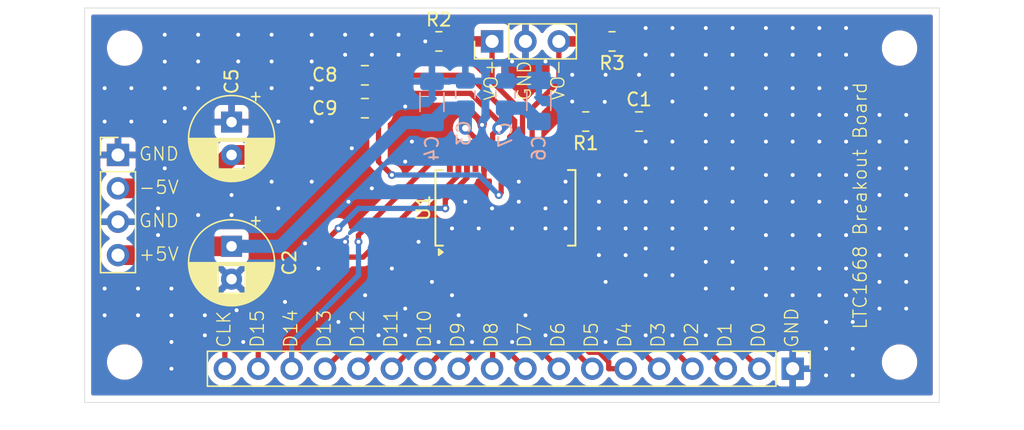
<source format=kicad_pcb>
(kicad_pcb (version 20240108) (generator "pcbnew") (generator_version "8.0")
  (layers (0 "F.Cu" signal) (31 "B.Cu" signal) (34 "B.Paste" user) (35 "F.Paste" user) (36 "B.SilkS" user "B.Silkscreen") (37 "F.SilkS" user "F.Silkscreen") (38 "B.Mask" user) (39 "F.Mask" user) (44 "Edge.Cuts" user))
  (net 0 "")
  (net 1 "Net-(U1-REFOUT)")
  (net 2 "GND")
  (net 3 "/+5V")
  (net 4 "/-5V")
  (net 5 "Net-(U1-COMP1)")
  (net 6 "Net-(U1-COMP2)")
  (net 7 "Net-(J2-Pin_7)")
  (net 8 "Net-(J2-Pin_6)")
  (net 9 "Net-(J2-Pin_18)")
  (net 10 "Net-(J2-Pin_15)")
  (net 11 "Net-(J2-Pin_14)")
  (net 12 "Net-(J2-Pin_9)")
  (net 13 "Net-(J2-Pin_4)")
  (net 14 "Net-(J2-Pin_16)")
  (net 15 "Net-(J2-Pin_5)")
  (net 16 "Net-(J2-Pin_13)")
  (net 17 "Net-(J2-Pin_2)")
  (net 18 "Net-(J2-Pin_12)")
  (net 19 "Net-(J2-Pin_10)")
  (net 20 "Net-(J2-Pin_11)")
  (net 21 "Net-(J2-Pin_17)")
  (net 22 "Net-(J2-Pin_3)")
  (net 23 "Net-(J2-Pin_8)")
  (net 24 "/VOUT-")
  (net 25 "/VOUT+")
  (net 26 "Net-(U1-IREFIN)")
  (footprint "MountingHole:MountingHole_2.2mm_M2" (layer "F.Cu") (at 71.12 75.184)
    (property "Reference" "REF**" (hide yes))
    (property "Value" "MountingHole_2.2mm_M2")
    (pad "" np_thru_hole circle (at 0 0) (size 2.2 2.2) (drill 2.2) (layers "F&B.Cu" "*.Mask"))
  )
  (footprint "MountingHole:MountingHole_2.2mm_M2" (layer "F.Cu") (at 130.048 75.184)
    (property "Reference" "REF**" (hide yes))
    (property "Value" "MountingHole_2.2mm_M2")
    (pad "" np_thru_hole circle (at 0 0) (size 2.2 2.2) (drill 2.2) (layers "F&B.Cu" "*.Mask"))
  )
  (footprint "Resistor_SMD:R_0805_2012Metric_Pad1.20x1.40mm_HandSolder" (layer "F.Cu") (at 108.188 74.676 180)
    (property "Reference" "R3" (at 0 -1.65 360) (layer "F.SilkS"))
    (property "Value" "52R3")
    (pad "1" smd roundrect (at -1 0 180) (size 1.2 1.4) (layers "F.Cu" "F.Paste" "F.Mask") (roundrect_rratio 0.208333) (net 2 "GND"))
    (pad "2" smd roundrect (at 1 0 180) (size 1.2 1.4) (layers "F.Cu" "F.Paste" "F.Mask") (roundrect_rratio 0.208333) (net 24 "/VOUT-"))
  )
  (footprint "Capacitor_SMD:C_0805_2012Metric_Pad1.18x1.45mm_HandSolder" (layer "F.Cu") (at 89.3865 77.254)
    (property "Reference" "C8" (at -3.048 -0.038 0) (layer "F.SilkS"))
    (property "Value" "100nF")
    (pad "1" smd roundrect (at -1.0375 0) (size 1.175 1.45) (layers "F.Cu" "F.Paste" "F.Mask") (roundrect_rratio 0.212766) (net 4 "/-5V"))
    (pad "2" smd roundrect (at 1.0375 0) (size 1.175 1.45) (layers "F.Cu" "F.Paste" "F.Mask") (roundrect_rratio 0.212766) (net 5 "Net-(U1-COMP1)"))
  )
  (footprint "Resistor_SMD:R_0805_2012Metric_Pad1.20x1.40mm_HandSolder" (layer "F.Cu") (at 106.188 80.772 180)
    (property "Reference" "R1" (at 0 -1.65 360) (layer "F.SilkS"))
    (property "Value" "2k")
    (pad "1" smd roundrect (at -1 0 180) (size 1.2 1.4) (layers "F.Cu" "F.Paste" "F.Mask") (roundrect_rratio 0.208333) (net 1 "Net-(U1-REFOUT)"))
    (pad "2" smd roundrect (at 1 0 180) (size 1.2 1.4) (layers "F.Cu" "F.Paste" "F.Mask") (roundrect_rratio 0.208333) (net 26 "Net-(U1-IREFIN)"))
  )
  (footprint "Capacitor_THT:CP_Radial_D6.3mm_P2.50mm" (layer "F.Cu") (at 79.248 80.812 -90)
    (property "Reference" "C5" (at -3.088 0 90) (layer "F.SilkS"))
    (property "Value" "100uF")
    (pad "1" thru_hole rect (at 0 0 270) (size 1.6 1.6) (drill 0.8) (layers "*.Cu" "*.Mask") (net 2 "GND"))
    (pad "2" thru_hole circle (at 2.5 0 270) (size 1.6 1.6) (drill 0.8) (layers "*.Cu" "*.Mask") (net 4 "/-5V"))
  )
  (footprint "Capacitor_SMD:C_0805_2012Metric_Pad1.18x1.45mm_HandSolder" (layer "F.Cu") (at 110.236 80.772)
    (property "Reference" "C1" (at 0 -1.68 0) (layer "F.SilkS"))
    (property "Value" "100nF")
    (pad "1" smd roundrect (at -1.0375 0) (size 1.175 1.45) (layers "F.Cu" "F.Paste" "F.Mask") (roundrect_rratio 0.212766) (net 1 "Net-(U1-REFOUT)"))
    (pad "2" smd roundrect (at 1.0375 0) (size 1.175 1.45) (layers "F.Cu" "F.Paste" "F.Mask") (roundrect_rratio 0.212766) (net 2 "GND"))
  )
  (footprint "MountingHole:MountingHole_2.2mm_M2" (layer "F.Cu") (at 130.048 99.06)
    (property "Reference" "REF**" (hide yes))
    (property "Value" "MountingHole_2.2mm_M2")
    (pad "" np_thru_hole circle (at 0 0) (size 2.2 2.2) (drill 2.2) (layers "F&B.Cu" "*.Mask"))
  )
  (footprint "MountingHole:MountingHole_2.2mm_M2" (layer "F.Cu") (at 71.12 99.06)
    (property "Reference" "REF**" (hide yes))
    (property "Value" "MountingHole_2.2mm_M2")
    (pad "" np_thru_hole circle (at 0 0) (size 2.2 2.2) (drill 2.2) (layers "*.Cu" "*.Mask"))
  )
  (footprint "Resistor_SMD:R_0805_2012Metric_Pad1.20x1.40mm_HandSolder" (layer "F.Cu") (at 95.012 74.676)
    (property "Reference" "R2" (at 0 -1.65 0) (layer "F.SilkS"))
    (property "Value" "52R3")
    (pad "1" smd roundrect (at -1 0) (size 1.2 1.4) (layers "F.Cu" "F.Paste" "F.Mask") (roundrect_rratio 0.208333) (net 2 "GND"))
    (pad "2" smd roundrect (at 1 0) (size 1.2 1.4) (layers "F.Cu" "F.Paste" "F.Mask") (roundrect_rratio 0.208333) (net 25 "/VOUT+"))
  )
  (footprint "Connector_PinHeader_2.54mm:PinHeader_1x03_P2.54mm_Vertical" (layer "F.Cu") (at 99.06 74.676 90)
    (property "Reference" "J3" (hide yes))
    (property "Value" "Conn_01x03")
    (pad "1" thru_hole rect (at 0 0 90) (size 1.7 1.7) (drill 1) (layers "*.Cu" "*.Mask") (net 25 "/VOUT+"))
    (pad "2" thru_hole oval (at 0 2.54 90) (size 1.7 1.7) (drill 1) (layers "*.Cu" "*.Mask") (net 2 "GND"))
    (pad "3" thru_hole oval (at 0 5.08 90) (size 1.7 1.7) (drill 1) (layers "*.Cu" "*.Mask") (net 24 "/VOUT-"))
  )
  (footprint "Connector_PinHeader_2.54mm:PinHeader_1x04_P2.54mm_Vertical" (layer "F.Cu") (at 70.612 83.312)
    (property "Reference" "J4" (hide yes))
    (property "Value" "Conn_01x04")
    (pad "1" thru_hole rect (at 0 0) (size 1.7 1.7) (drill 1) (layers "*.Cu" "*.Mask") (net 2 "GND"))
    (pad "2" thru_hole oval (at 0 2.54) (size 1.7 1.7) (drill 1) (layers "*.Cu" "*.Mask") (net 4 "/-5V"))
    (pad "3" thru_hole oval (at 0 5.08) (size 1.7 1.7) (drill 1) (layers "*.Cu" "*.Mask") (net 2 "GND"))
    (pad "4" thru_hole oval (at 0 7.62) (size 1.7 1.7) (drill 1) (layers "*.Cu" "*.Mask") (net 3 "/+5V"))
  )
  (footprint "Capacitor_THT:CP_Radial_D6.3mm_P2.50mm" (layer "F.Cu") (at 79.248 90.257621 -90)
    (property "Reference" "C2" (at 1.25 -4.4 90) (layer "F.SilkS"))
    (property "Value" "100uF")
    (pad "1" thru_hole rect (at 0 0 270) (size 1.6 1.6) (drill 0.8) (layers "*.Cu" "*.Mask") (net 3 "/+5V"))
    (pad "2" thru_hole circle (at 2.5 0 270) (size 1.6 1.6) (drill 0.8) (layers "*.Cu" "*.Mask") (net 2 "GND"))
  )
  (footprint "Package_SO:SSOP-28_5.3x10.2mm_P0.65mm" (layer "F.Cu") (at 100.076 87.332 90)
    (property "Reference" "U1" (at 0 -6.25 90) (layer "F.SilkS"))
    (property "Value" "LTC1668CG")
    (pad "1" smd rect (at -3.6 -4.225 90) (size 1.75 0.45) (layers "F.Cu" "F.Paste" "F.Mask") (net 10 "Net-(J2-Pin_15)"))
    (pad "2" smd rect (at -3.6 -3.575 90) (size 1.75 0.45) (layers "F.Cu" "F.Paste" "F.Mask") (net 11 "Net-(J2-Pin_14)"))
    (pad "3" smd rect (at -3.6 -2.925 90) (size 1.75 0.45) (layers "F.Cu" "F.Paste" "F.Mask") (net 16 "Net-(J2-Pin_13)"))
    (pad "4" smd rect (at -3.6 -2.275 90) (size 1.75 0.45) (layers "F.Cu" "F.Paste" "F.Mask") (net 18 "Net-(J2-Pin_12)"))
    (pad "5" smd rect (at -3.6 -1.625 90) (size 1.75 0.45) (layers "F.Cu" "F.Paste" "F.Mask") (net 20 "Net-(J2-Pin_11)"))
    (pad "6" smd rect (at -3.6 -0.975 90) (size 1.75 0.45) (layers "F.Cu" "F.Paste" "F.Mask") (net 19 "Net-(J2-Pin_10)"))
    (pad "7" smd rect (at -3.6 -0.325 90) (size 1.75 0.45) (layers "F.Cu" "F.Paste" "F.Mask") (net 12 "Net-(J2-Pin_9)"))
    (pad "8" smd rect (at -3.6 0.325 90) (size 1.75 0.45) (layers "F.Cu" "F.Paste" "F.Mask") (net 23 "Net-(J2-Pin_8)"))
    (pad "9" smd rect (at -3.6 0.975 90) (size 1.75 0.45) (layers "F.Cu" "F.Paste" "F.Mask") (net 7 "Net-(J2-Pin_7)"))
    (pad "10" smd rect (at -3.6 1.625 90) (size 1.75 0.45) (layers "F.Cu" "F.Paste" "F.Mask") (net 8 "Net-(J2-Pin_6)"))
    (pad "11" smd rect (at -3.6 2.275 90) (size 1.75 0.45) (layers "F.Cu" "F.Paste" "F.Mask") (net 15 "Net-(J2-Pin_5)"))
    (pad "12" smd rect (at -3.6 2.925 90) (size 1.75 0.45) (layers "F.Cu" "F.Paste" "F.Mask") (net 13 "Net-(J2-Pin_4)"))
    (pad "13" smd rect (at -3.6 3.575 90) (size 1.75 0.45) (layers "F.Cu" "F.Paste" "F.Mask") (net 22 "Net-(J2-Pin_3)"))
    (pad "14" smd rect (at -3.6 4.225 90) (size 1.75 0.45) (layers "F.Cu" "F.Paste" "F.Mask") (net 17 "Net-(J2-Pin_2)"))
    (pad "15" smd rect (at 3.6 4.225 90) (size 1.75 0.45) (layers "F.Cu" "F.Paste" "F.Mask") (net 1 "Net-(U1-REFOUT)"))
    (pad "16" smd rect (at 3.6 3.575 90) (size 1.75 0.45) (layers "F.Cu" "F.Paste" "F.Mask") (net 26 "Net-(U1-IREFIN)"))
    (pad "17" smd rect (at 3.6 2.925 90) (size 1.75 0.45) (layers "F.Cu" "F.Paste" "F.Mask") (net 2 "GND"))
    (pad "18" smd rect (at 3.6 2.275 90) (size 1.75 0.45) (layers "F.Cu" "F.Paste" "F.Mask") (net 2 "GND"))
    (pad "19" smd rect (at 3.6 1.625 90) (size 1.75 0.45) (layers "F.Cu" "F.Paste" "F.Mask") (net 24 "/VOUT-"))
    (pad "20" smd rect (at 3.6 0.975 90) (size 1.75 0.45) (layers "F.Cu" "F.Paste" "F.Mask") (net 25 "/VOUT+"))
    (pad "21" smd rect (at 3.6 0.325 90) (size 1.75 0.45) (layers "F.Cu" "F.Paste" "F.Mask") (net 5 "Net-(U1-COMP1)"))
    (pad "22" smd rect (at 3.6 -0.325 90) (size 1.75 0.45) (layers "F.Cu" "F.Paste" "F.Mask") (net 6 "Net-(U1-COMP2)"))
    (pad "23" smd rect (at 3.6 -0.975 90) (size 1.75 0.45) (layers "F.Cu" "F.Paste" "F.Mask") (net 4 "/-5V"))
    (pad "24" smd rect (at 3.6 -1.625 90) (size 1.75 0.45) (layers "F.Cu" "F.Paste" "F.Mask") (net 2 "GND"))
    (pad "25" smd rect (at 3.6 -2.275 90) (size 1.75 0.45) (layers "F.Cu" "F.Paste" "F.Mask") (net 3 "/+5V"))
    (pad "26" smd rect (at 3.6 -2.925 90) (size 1.75 0.45) (layers "F.Cu" "F.Paste" "F.Mask") (net 9 "Net-(J2-Pin_18)"))
    (pad "27" smd rect (at 3.6 -3.575 90) (size 1.75 0.45) (layers "F.Cu" "F.Paste" "F.Mask") (net 21 "Net-(J2-Pin_17)"))
    (pad "28" smd rect (at 3.6 -4.225 90) (size 1.75 0.45) (layers "F.Cu" "F.Paste" "F.Mask") (net 14 "Net-(J2-Pin_16)"))
  )
  (footprint "Connector_PinHeader_2.54mm:PinHeader_1x18_P2.54mm_Vertical" (layer "F.Cu") (at 121.92 99.568 -90)
    (property "Reference" "J2" (hide yes))
    (property "Value" "Conn_01x18")
    (pad "1" thru_hole rect (at 0 0 270) (size 1.7 1.7) (drill 1) (layers "*.Cu" "*.Mask") (net 2 "GND"))
    (pad "2" thru_hole oval (at 0 2.54 270) (size 1.7 1.7) (drill 1) (layers "*.Cu" "*.Mask") (net 17 "Net-(J2-Pin_2)"))
    (pad "3" thru_hole oval (at 0 5.08 270) (size 1.7 1.7) (drill 1) (layers "*.Cu" "*.Mask") (net 22 "Net-(J2-Pin_3)"))
    (pad "4" thru_hole oval (at 0 7.62 270) (size 1.7 1.7) (drill 1) (layers "*.Cu" "*.Mask") (net 13 "Net-(J2-Pin_4)"))
    (pad "5" thru_hole oval (at 0 10.16 270) (size 1.7 1.7) (drill 1) (layers "*.Cu" "*.Mask") (net 15 "Net-(J2-Pin_5)"))
    (pad "6" thru_hole oval (at 0 12.7 270) (size 1.7 1.7) (drill 1) (layers "*.Cu" "*.Mask") (net 8 "Net-(J2-Pin_6)"))
    (pad "7" thru_hole oval (at 0 15.24 270) (size 1.7 1.7) (drill 1) (layers "*.Cu" "*.Mask") (net 7 "Net-(J2-Pin_7)"))
    (pad "8" thru_hole oval (at 0 17.78 270) (size 1.7 1.7) (drill 1) (layers "*.Cu" "*.Mask") (net 23 "Net-(J2-Pin_8)"))
    (pad "9" thru_hole oval (at 0 20.32 270) (size 1.7 1.7) (drill 1) (layers "*.Cu" "*.Mask") (net 12 "Net-(J2-Pin_9)"))
    (pad "10" thru_hole oval (at 0 22.86 270) (size 1.7 1.7) (drill 1) (layers "*.Cu" "*.Mask") (net 19 "Net-(J2-Pin_10)"))
    (pad "11" thru_hole oval (at 0 25.4 270) (size 1.7 1.7) (drill 1) (layers "*.Cu" "*.Mask") (net 20 "Net-(J2-Pin_11)"))
    (pad "12" thru_hole oval (at 0 27.94 270) (size 1.7 1.7) (drill 1) (layers "*.Cu" "*.Mask") (net 18 "Net-(J2-Pin_12)"))
    (pad "13" thru_hole oval (at 0 30.48 270) (size 1.7 1.7) (drill 1) (layers "*.Cu" "*.Mask") (net 16 "Net-(J2-Pin_13)"))
    (pad "14" thru_hole oval (at 0 33.02 270) (size 1.7 1.7) (drill 1) (layers "*.Cu" "*.Mask") (net 11 "Net-(J2-Pin_14)"))
    (pad "15" thru_hole oval (at 0 35.56 270) (size 1.7 1.7) (drill 1) (layers "*.Cu" "*.Mask") (net 10 "Net-(J2-Pin_15)"))
    (pad "16" thru_hole oval (at 0 38.1 270) (size 1.7 1.7) (drill 1) (layers "*.Cu" "*.Mask") (net 14 "Net-(J2-Pin_16)"))
    (pad "17" thru_hole oval (at 0 40.64 270) (size 1.7 1.7) (drill 1) (layers "*.Cu" "*.Mask") (net 21 "Net-(J2-Pin_17)"))
    (pad "18" thru_hole oval (at 0 43.18 270) (size 1.7 1.7) (drill 1) (layers "*.Cu" "*.Mask") (net 9 "Net-(J2-Pin_18)"))
  )
  (footprint "Capacitor_SMD:C_0805_2012Metric_Pad1.18x1.45mm_HandSolder" (layer "F.Cu") (at 89.3865 79.756)
    (property "Reference" "C9" (at -3.048 0 0) (layer "F.SilkS"))
    (property "Value" "100nF")
    (pad "1" smd roundrect (at -1.0375 0) (size 1.175 1.45) (layers "F.Cu" "F.Paste" "F.Mask") (roundrect_rratio 0.212766) (net 4 "/-5V"))
    (pad "2" smd roundrect (at 1.0375 0) (size 1.175 1.45) (layers "F.Cu" "F.Paste" "F.Mask") (roundrect_rratio 0.212766) (net 6 "Net-(U1-COMP2)"))
  )
  (footprint "Capacitor_SMD:C_0805_2012Metric_Pad1.18x1.45mm_HandSolder" (layer "B.Cu") (at 97.028 78.7185 90)
    (property "Reference" "C3" (at -2.9425 -0.127 90) (layer "B.SilkS") (effects (justify mirror)))
    (property "Value" "100nF")
    (pad "1" smd roundrect (at -1.0375 0 90) (size 1.175 1.45) (layers "B.Cu" "B.Paste" "B.Mask") (roundrect_rratio 0.212766) (net 3 "/+5V"))
    (pad "2" smd roundrect (at 1.0375 0 90) (size 1.175 1.45) (layers "B.Cu" "B.Paste" "B.Mask") (roundrect_rratio 0.212766) (net 2 "GND"))
  )
  (footprint "Capacitor_SMD:C_1206_3216Metric_Pad1.33x1.80mm_HandSolder" (layer "B.Cu") (at 94.488 79.2865 90)
    (property "Reference" "C4" (at -3.5175 0 90) (layer "B.SilkS") (effects (justify mirror)))
    (property "Value" "10uF")
    (pad "1" smd roundrect (at -1.5625 0 90) (size 1.325 1.8) (layers "B.Cu" "B.Paste" "B.Mask") (roundrect_rratio 0.188679) (net 3 "/+5V"))
    (pad "2" smd roundrect (at 1.5625 0 90) (size 1.325 1.8) (layers "B.Cu" "B.Paste" "B.Mask") (roundrect_rratio 0.188679) (net 2 "GND"))
  )
  (footprint "Capacitor_SMD:C_1206_3216Metric_Pad1.33x1.80mm_HandSolder" (layer "B.Cu") (at 102.616 79.2095 90)
    (property "Reference" "C6" (at -3.5945 0 90) (layer "B.SilkS") (effects (justify mirror)))
    (property "Value" "10uF")
    (pad "1" smd roundrect (at -1.5625 0 90) (size 1.325 1.8) (layers "B.Cu" "B.Paste" "B.Mask") (roundrect_rratio 0.188679) (net 4 "/-5V"))
    (pad "2" smd roundrect (at 1.5625 0 90) (size 1.325 1.8) (layers "B.Cu" "B.Paste" "B.Mask") (roundrect_rratio 0.188679) (net 2 "GND"))
  )
  (footprint "Capacitor_SMD:C_0805_2012Metric_Pad1.18x1.45mm_HandSolder" (layer "B.Cu") (at 100.076 78.7185 90)
    (property "Reference" "C7" (at -3.0695 0 90) (layer "B.SilkS") (effects (justify mirror)))
    (property "Value" "100nF")
    (pad "1" smd roundrect (at -1.0375 0 90) (size 1.175 1.45) (layers "B.Cu" "B.Paste" "B.Mask") (roundrect_rratio 0.212766) (net 4 "/-5V"))
    (pad "2" smd roundrect (at 1.0375 0 90) (size 1.175 1.45) (layers "B.Cu" "B.Paste" "B.Mask") (roundrect_rratio 0.212766) (net 2 "GND"))
  )
  (gr_rect (start 68.072 72.136) (end 133.072 102.136) (stroke (width 0.05)) (fill none) (layer "Edge.Cuts"))
  (gr_text "GND\n" (at 102.108 79.248 90) (layer "F.SilkS") (effects (font (size 1 1) (thickness 0.1)) (justify left bottom)))
  (gr_text "D15" (at 81.788 98.044 90) (layer "F.SilkS") (effects (font (size 1 1) (thickness 0.1)) (justify left bottom)))
  (gr_text "VO-" (at 104.648 79.248 90) (layer "F.SilkS") (effects (font (size 1 1) (thickness 0.1)) (justify left bottom)))
  (gr_text "D13" (at 86.868 98.044 90) (layer "F.SilkS") (effects (font (size 1 1) (thickness 0.1)) (justify left bottom)))
  (gr_text "-5V" (at 72.136 86.36 0) (layer "F.SilkS") (effects (font (size 1 1) (thickness 0.1)) (justify left bottom)))
  (gr_text "D2" (at 114.808 98.044 90) (layer "F.SilkS") (effects (font (size 1 1) (thickness 0.1)) (justify left bottom)))
  (gr_text "+5V\n" (at 72.136 91.44 0) (layer "F.SilkS") (effects (font (size 1 1) (thickness 0.1)) (justify left bottom)))
  (gr_text "GND" (at 72.136 88.9 0) (layer "F.SilkS") (effects (font (size 1 1) (thickness 0.1)) (justify left bottom)))
  (gr_text "LTC1668 Breakout Board" (at 127.635 96.647 90) (layer "F.SilkS") (effects (font (size 1 1) (thickness 0.1)) (justify left bottom)))
  (gr_text "D1" (at 117.348 98.044 90) (layer "F.SilkS") (effects (font (size 1 1) (thickness 0.1)) (justify left bottom)))
  (gr_text "D4" (at 109.728 98.044 90) (layer "F.SilkS") (effects (font (size 1 1) (thickness 0.1)) (justify left bottom)))
  (gr_text "VO+" (at 99.568 79.248 90) (layer "F.SilkS") (effects (font (size 1 1) (thickness 0.1)) (justify left bottom)))
  (gr_text "D10" (at 94.488 98.044 90) (layer "F.SilkS") (effects (font (size 1 1) (thickness 0.1)) (justify left bottom)))
  (gr_text "D8" (at 99.568 98.044 90) (layer "F.SilkS") (effects (font (size 1 1) (thickness 0.1)) (justify left bottom)))
  (gr_text "D7" (at 102.108 98.044 90) (layer "F.SilkS") (effects (font (size 1 1) (thickness 0.1)) (justify left bottom)))
  (gr_text "D5" (at 107.188 98.044 90) (layer "F.SilkS") (effects (font (size 1 1) (thickness 0.1)) (justify left bottom)))
  (gr_text "D6" (at 104.648 98.044 90) (layer "F.SilkS") (effects (font (size 1 1) (thickness 0.1)) (justify left bottom)))
  (gr_text "D11" (at 91.948 98.044 90) (layer "F.SilkS") (effects (font (size 1 1) (thickness 0.1)) (justify left bottom)))
  (gr_text "D14\n" (at 84.328 98.044 90) (layer "F.SilkS") (effects (font (size 1 1) (thickness 0.1)) (justify left bottom)))
  (gr_text "CLK" (at 79.248 98.044 90) (layer "F.SilkS") (effects (font (size 1 1) (thickness 0.1)) (justify left bottom)))
  (gr_text "GND" (at 72.136 83.82 0) (layer "F.SilkS") (effects (font (size 1 1) (thickness 0.1)) (justify left bottom)))
  (gr_text "D3" (at 112.268 98.044 90) (layer "F.SilkS") (effects (font (size 1 1) (thickness 0.1)) (justify left bottom)))
  (gr_text "D9" (at 97.028 98.044 90) (layer "F.SilkS") (effects (font (size 1 1) (thickness 0.1)) (justify left bottom)))
  (gr_text "D0" (at 119.888 98.044 90) (layer "F.SilkS") (effects (font (size 1 1) (thickness 0.1)) (justify left bottom)))
  (gr_text "D12" (at 89.408 98.044 90) (layer "F.SilkS") (effects (font (size 1 1) (thickness 0.1)) (justify left bottom)))
  (gr_text "GND" (at 122.428 98.044 90) (layer "F.SilkS") (effects (font (size 1 1) (thickness 0.1)) (justify left bottom)))
  (segment (start 106.768 83.732) (end 107.188 83.312) (width 0.4) (layer "F.Cu") (net 1))
  (segment (start 107.188 83.312) (end 107.188 80.772) (width 0.4) (layer "F.Cu") (net 1))
  (segment (start 107.188 80.772) (end 109.1985 80.772) (width 0.4) (layer "F.Cu") (net 1))
  (segment (start 104.301 83.732) (end 106.768 83.732) (width 0.4) (layer "F.Cu") (net 1))
  (segment (start 103.001 83.732) (end 103.001 86.237) (width 0.4) (layer "F.Cu") (net 2))
  (segment (start 103.124 86.36) (end 103.001 86.237) (width 0.4) (layer "F.Cu") (net 2))
  (segment (start 98.451 83.732) (end 98.451 85.953) (width 0.4) (layer "F.Cu") (net 2))
  (segment (start 102.351 83.732) (end 102.351 85.587) (width 0.4) (layer "F.Cu") (net 2))
  (segment (start 98.451 85.953) (end 98.044 86.36) (width 0.4) (layer "F.Cu") (net 2))
  (segment (start 102.351 85.587) (end 103.001 86.237) (width 0.4) (layer "F.Cu") (net 2))
  (via (at 117.348 80.264) (size 0.6) (drill 0.3) (layers "F.Cu" "B.Cu") (net 2))
  (via (at 98.044 88.9) (size 0.6) (drill 0.3) (layers "F.Cu" "B.Cu") (net 2))
  (via (at 119.888 84.836) (size 0.6) (drill 0.3) (layers "F.Cu" "B.Cu") (net 2))
  (via (at 125.984 89.408) (size 0.6) (drill 0.3) (layers "F.Cu" "B.Cu") (net 2))
  (via (at 73.66 87.376) (size 0.6) (drill 0.3) (layers "F.Cu" "B.Cu") (net 2))
  (via (at 69.596 80.772) (size 0.6) (drill 0.3) (layers "F.Cu" "B.Cu") (net 2))
  (via (at 121.92 80.264) (size 0.6) (drill 0.3) (layers "F.Cu" "B.Cu") (net 2))
  (via (at 88.392 82.804) (size 0.6) (drill 0.3) (layers "F.Cu" "B.Cu") (net 2))
  (via (at 69.596 95.504) (size 0.6) (drill 0.3) (layers "F.Cu" "B.Cu") (net 2))
  (via (at 87.884 74.168) (size 0.6) (drill 0.3) (layers "F.Cu" "B.Cu") (net 2))
  (via (at 103.124 97.028) (size 0.6) (drill 0.3) (layers "F.Cu" "B.Cu") (net 2))
  (via (at 124.46 96.012) (size 0.6) (drill 0.3) (layers "F.Cu" "B.Cu") (net 2))
  (via (at 82.804 87.376) (size 0.6) (drill 0.3) (layers "F.Cu" "B.Cu") (net 2))
  (via (at 119.888 91.948) (size 0.6) (drill 0.3) (layers "F.Cu" "B.Cu") (net 2))
  (via (at 107.696 92.964) (size 0.6) (drill 0.3) (layers "F.Cu" "B.Cu") (net 2))
  (via (at 85.852 91.948) (size 0.6) (drill 0.3) (layers "F.Cu" "B.Cu") (net 2))
  (via (at 121.92 91.948) (size 0.6) (drill 0.3) (layers "F.Cu" "B.Cu") (net 2))
  (via (at 85.344 78.232) (size 0.6) (drill 0.3) (layers "F.Cu" "B.Cu") (net 2))
  (via (at 110.744 90.424) (size 0.6) (drill 0.3) (layers "F.Cu" "B.Cu") (net 2))
  (via (at 109.22 86.868) (size 0.6) (drill 0.3) (layers "F.Cu" "B.Cu") (net 2))
  (via (at 74.676 93.472) (size 0.6) (drill 0.3) (layers "F.Cu" "B.Cu") (net 2))
  (via (at 119.888 89.408) (size 0.6) (drill 0.3) (layers "F.Cu" "B.Cu") (net 2))
  (via (at 72.136 95.504) (size 0.6) (drill 0.3) (layers "F.Cu" "B.Cu") (net 2))
  (via (at 79.756 76.2) (size 0.6) (drill 0.3) (layers "F.Cu" "B.Cu") (net 2))
  (via (at 73.66 89.408) (size 0.6) (drill 0.3) (layers "F.Cu" "B.Cu") (net 2))
  (via (at 110.744 88.9) (size 0.6) (drill 0.3) (layers "F.Cu" "B.Cu") (net 2))
  (via (at 107.696 77.216) (size 0.6) (drill 0.3) (layers "F.Cu" "B.Cu") (net 2))
  (via (at 117.348 78.232) (size 0.6) (drill 0.3) (layers "F.Cu" "B.Cu") (net 2))
  (via (at 88.138 86.868) (size 0.6) (drill 0.3) (layers "F.Cu" "B.Cu") (net 2))
  (via (at 117.348 82.296) (size 0.6) (drill 0.3) (layers "F.Cu" "B.Cu") (net 2))
  (via (at 107.188 90.932) (size 0.6) (drill 0.3) (layers "F.Cu" "B.Cu") (net 2))
  (via (at 112.776 90.424) (size 0.6) (drill 0.3) (layers "F.Cu" "B.Cu") (net 2))
  (via (at 74.168 74.168) (size 0.6) (drill 0.3) (layers "F.Cu" "B.Cu") (net 2))
  (via (at 100.584 76.2) (size 0.6) (drill 0.3) (layers "F.Cu" "B.Cu") (net 2))
  (via (at 87.376 96.012) (size 0.6) (drill 0.3) (layers "F.Cu" "B.Cu") (net 2))
  (via (at 101.092 85.344) (size 0.6) (drill 0.3) (layers "F.Cu" "B.Cu") (net 2))
  (via (at 71.628 78.232) (size 0.6) (drill 0.3) (layers "F.Cu" "B.Cu") (net 2))
  (via (at 107.188 84.836) (size 0.6) (drill 0.3) (layers "F.Cu" "B.Cu") (net 2))
  (via (at 112.776 75.692) (size 0.6) (drill 0.3) (layers "F.Cu" "B.Cu") (net 2))
  (via (at 84.836 90.043) (size 0.6) (drill 0.3) (layers "F.Cu" "B.Cu") (net 2))
  (via (at 69.596 93.472) (size 0.6) (drill 0.3) (layers "F.Cu" "B.Cu") (net 2))
  (via (at 121.92 84.836) (size 0.6) (drill 0.3) (layers "F.Cu" "B.Cu") (net 2))
  (via (at 117.348 86.868) (size 0.6) (drill 0.3) (layers "F.Cu" "B.Cu") (net 2))
  (via (at 109.22 84.836) (size 0.6) (drill 0.3) (layers "F.Cu" "B.Cu") (net 2))
  (via (at 96.52 95.504) (size 0.6) (drill 0.3) (layers "F.Cu" "B.Cu") (net 2))
  (via (at 121.92 82.296) (size 0.6) (drill 0.3) (layers "F.Cu" "B.Cu") (net 2))
  (via (at 119.888 73.66) (size 0.6) (drill 0.3) (layers "F.Cu" "B.Cu") (net 2))
  (via (at 128.524 92.964) (size 0.6) (drill 0.3) (layers "F.Cu" "B.Cu") (net 2))
  (via (at 112.776 86.868) (size 0.6) (drill 0.3) (layers "F.Cu" "B.Cu") (net 2))
  (via (at 115.316 80.264) (size 0.6) (drill 0.3) (layers "F.Cu" "B.Cu") (net 2))
  (via (at 107.188 88.9) (size 0.6) (drill 0.3) (layers "F.Cu" "B.Cu") (net 2))
  (via (at 128.524 80.264) (size 0.6) (drill 0.3) (layers "F.Cu" "B.Cu") (net 2))
  (via (at 119.888 78.232) (size 0.6) (drill 0.3) (layers "F.Cu" "B.Cu") (net 2))
  (via (at 92.456 83.82) (size 0.6) (drill 0.3) (layers "F.Cu" "B.Cu") (net 2))
  (via (at 119.888 82.296) (size 0.6) (drill 0.3) (layers "F.Cu" "B.Cu") (net 2))
  (via (at 128.524 86.36) (size 0.6) (drill 0.3) (layers "F.Cu" "B.Cu") (net 2))
  (via (at 130.556 86.36) (size 0.6) (drill 0.3) (layers "F.Cu" "B.Cu") (net 2))
  (via (at 112.776 73.66) (size 0.6) (drill 0.3) (layers "F.Cu" "B.Cu") (net 2))
  (via (at 74.171511 76.213654) (size 0.6) (drill 0.3) (layers "F.Cu" "B.Cu") (net 2))
  (via (at 100.584 97.536) (size 0.6) (drill 0.3) (layers "F.Cu" "B.Cu") (net 2))
  (via (at 130.556 92.964) (size 0.6) (drill 0.3) (layers "F.Cu" "B.Cu") (net 2))
  (via (at 91.948 74.168) (size 0.6) (drill 0.3) (layers "F.Cu" "B.Cu") (net 2))
  (via (at 94.996 97.536) (size 0.6) (drill 0.3) (layers "F.Cu" "B.Cu") (net 2))
  (via (at 123.952 73.66) (size 0.6) (drill 0.3) (layers "F.Cu" "B.Cu") (net 2))
  (via (at 112.776 77.216) (size 0.6) (drill 0.3) (layers "F.Cu" "B.Cu") (net 2))
  (via (at 123.952 82.296) (size 0.6) (drill 0.3) (layers "F.Cu" "B.Cu") (net 2))
  (via (at 69.596 78.232) (size 0.6) (drill 0.3) (layers "F.Cu" "B.Cu") (net 2))
  (via (at 115.316 73.66) (size 0.6) (drill 0.3) (layers "F.Cu" "B.Cu") (net 2))
  (via (at 97.028 86.868) (size 0.6) (drill 0.3) (layers "F.Cu" "B.Cu") (net 2))
  (via (at 82.296 76.2) (size 0.6) (drill 0.3) (layers "F.Cu" "B.Cu") (net 2))
  (via (at 98.298 81.026) (size 0.6) (drill 0.3) (layers "F.Cu" "B.Cu") (net 2))
  (via (at 123.952 84.836) (size 0.6) (drill 0.3) (layers "F.Cu" "B.Cu") (net 2))
  (via (at 90.424 97.028) (size 0.6) (drill 0.3) (layers "F.Cu" "B.Cu") (net 2))
  (via (at 92.456 79.629) (size 0.6) (drill 0.3) (layers "F.Cu" "B.Cu") (net 2))
  (via (at 125.984 84.836) (size 0.6) (drill 0.3) (layers "F.Cu" "B.Cu") (net 2))
  (via (at 130.556 88.9) (size 0.6) (drill 0.3) (layers "F.Cu" "B.Cu") (net 2))
  (via (at 103.124 88.9) (size 0.6) (drill 0.3) (layers "F.Cu" "B.Cu") (net 2))
  (via (at 123.952 78.232) (size 0.6) (drill 0.3) (layers "F.Cu" "B.Cu") (net 2))
  (via (at 89.408 93.98) (size 0.6) (drill 0.3) (layers "F.Cu" "B.Cu") (net 2))
  (via (at 110.744 97.028) (size 0.6) (drill 0.3) (layers "F.Cu" "B.Cu") (net 2))
  (via (at 124.46 98.044) (size 0.6) (drill 0.3) (layers "F.Cu" "B.Cu") (net 2))
  (via (at 74.168 78.232) (size 0.6) (drill 0.3) (layers "F.Cu" "B.Cu") (net 2))
  (via (at 100.584 88.9) (size 0.6) (drill 0.3) (layers "F.Cu" "B.Cu") (net 2))
  (via (at 123.952 80.264) (size 0.6) (drill 0.3) (layers "F.Cu" "B.Cu") (net 2))
  (via (at 107.630381 79.273122) (size 0.6) (drill 0.3) (layers "F.Cu" "B.Cu") (net 2))
  (via (at 82.296 85.344) (size 0.6) (drill 0.3) (layers "F.Cu" "B.Cu") (net 2))
  (via (at 125.984 78.232) (size 0.6) (drill 0.3) (layers "F.Cu" "B.Cu") (net 2))
  (via (at 123.952 75.692) (size 0.6) (drill 0.3) (layers "F.Cu" "B.Cu") (net 2))
  (via (at 85.344 74.168) (size 0.6) (drill 0.3) (layers "F.Cu" "B.Cu") (net 2))
  (via (at 82.296 78.232) (size 0.6) (drill 0.3) (layers "F.Cu" "B.Cu") (net 2))
  (via (at 121.92 86.868) (size 0.6) (drill 0.3) (layers "F.Cu" "B.Cu") (net 2))
  (via (at 107.696 97.536) (size 0.6) (drill 0.3) (layers "F.Cu" "B.Cu") (net 2))
  (via (at 79.248 86.36) (size 0.6) (drill 0.3) (layers "F.Cu" "B.Cu") (net 2))
  (via (at 110.744 73.66) (size 0.6) (drill 0.3) (layers "F.Cu" "B.Cu") (net 2))
  (via (at 128.524 90.932) (size 0.6) (drill 0.3) (layers "F.Cu" "B.Cu") (net 2))
  (via (at 121.92 89.408) (size 0.6) (drill 0.3) (layers "F.Cu" "B.Cu") (net 2))
  (via (at 125.984 86.868) (size 0.6) (drill 0.3) (layers "F.Cu" "B.Cu") (net 2))
  (via (at 92.456 94.996) (size 0.6) (drill 0.3) (layers "F.Cu" "B.Cu") (net 2))
  (via (at 112.776 88.9) (size 0.6) (drill 0.3) (layers "F.Cu" "B.Cu") (net 2))
  (via (at 110.744 92.456) (size 0.6) (drill 0.3) (layers "F.Cu" "B.Cu") (net 2))
  (via (at 77.216 95.504) (size 0.6) (drill 0.3) (layers "F.Cu" "B.Cu") (net 2))
  (via (at 117.348 91.44) (size 0.6) (drill 0.3) (layers "F.Cu" "B.Cu") (net 2))
  (via (at 112.776 84.328) (size 0.6) (drill 0.3) (layers "F.Cu" "B.Cu") (net 2))
  (via (at 80.137 97.536) (size 0.6) (drill 0.3) (layers "F.Cu" "B.Cu") (net 2))
  (via (at 71.628 80.772) (size 0.6) (drill 0.3) (layers "F.Cu" "B.Cu") (net 2))
  (via (at 115.316 91.44) (size 0.6) (drill 0.3) (layers "F.Cu" "B.Cu") (net 2))
  (via (at 124.46 100.076) (size 0.6) (drill 0.3) (layers "F.Cu" "B.Cu") (net 2))
  (via (at 115.316 97.028) (size 0.6) (drill 0.3) (layers "F.Cu" "B.Cu") (net 2))
  (via (at 110.744 75.692) (size 0.6) (drill 0.3) (layers "F.Cu" "B.Cu") (net 2))
  (via (at 115.316 86.868) (size 0.6) (drill 0.3) (layers "F.Cu" "B.Cu") (net 2))
  (via (at 79.756 74.168) (size 0.6) (drill 0.3) (layers "F.Cu" "B.Cu") (net 2))
  (via (at 87.884 89.916) (size 0.6) (drill 0.3) (layers "F.Cu" "B.Cu") (net 2))
  (via (at 115.316 84.328) (size 0.6) (drill 0.3) (layers "F.Cu" "B.Cu") (net 2))
  (via (at 121.92 93.98) (size 0.6) (drill 0.3) (layers "F.Cu" "B.Cu") (net 2))
  (via (at 89.916 75.692) (size 0.6) (drill 0.3) (layers "F.Cu" "B.Cu") (net 2))
  (via (at 123.952 89.408) (size 0.6) (drill 0.3) (layers "F.Cu" "B.Cu") (net 2))
  (via (at 75.692 79.756) (size 0.6) (drill 0.3) (layers "F.Cu" "B.Cu") (net 2))
  (via (at 123.952 91.948) (size 0.6) (drill 0.3) (layers "F.Cu" "B.Cu") (net 2))
  (via (at 125.984 82.296) (size 0.6) (drill 0.3) (layers "F.Cu" "B.Cu") (net 2))
  (via (at 126.492 96.012) (size 0.6) (drill 0.3) (layers "F.Cu" "B.Cu") (net 2))
  (via (at 83.312 94.488) (size 0.6) (drill 0.3) (layers "F.Cu" "B.Cu") (net 2))
  (via (at 109.22 88.9) (size 0.6) (drill 0.3) (layers "F.Cu" "B.Cu") (net 2))
  (via (at 130.556 82.296) (size 0.6) (drill 0.3) (layers "F.Cu" "B.Cu") (net 2))
  (via (at 76.708 78.232) (size 0.6) (drill 0.3) (layers "F.Cu" "B.Cu") (net 2))
  (via (at 119.888 86.868) (size 0.6) (drill 0.3) (layers "F.Cu" "B.Cu") (net 2))
  (via (at 105.156 77.216) (size 0.6) (drill 0.3) (layers "F.Cu" "B.Cu") (net 2))
  (via (at 76.708 74.168) (size 0.6) (drill 0.3) (layers "F.Cu" "B.Cu") (net 2))
  (via (at 125.984 80.264) (size 0.6) (drill 0.3) (layers "F.Cu" "B.Cu") (net 2))
  (via (at 87.884 75.692) (size 0.6) (drill 0.3) (layers "F.Cu" "B.Cu") (net 2))
  (via (at 119.888 75.692) (size 0.6) (drill 0.3) (layers "F.Cu" "B.Cu") (net 2))
  (via (at 110.236 77.216) (size 0.6) (drill 0.3) (layers "F.Cu" "B.Cu") (net 2))
  (via (at 110.744 82.296) (size 0.6) (drill 0.3) (layers "F.Cu" "B.Cu") (net 2))
  (via (at 72.136 93.472) (size 0.6) (drill 0.3) (layers "F.Cu" "B.Cu") (net 2))
  (via (at 97.536 97.536) (size 0.6) (drill 0.3) (layers "F.Cu" "B.Cu") (net 2))
  (via (at 115.316 78.232) (size 0.6) (drill 0.3) (layers "F.Cu" "B.Cu") (net 2))
  (via (at 92.964 82.296) (size 0.6) (drill 0.3) (layers "F.Cu" "B.Cu") (net 2))
  (via (at 74.676 97.536) (size 0.6) (drill 0.3) (layers "F.Cu" "B.Cu") (net 2))
  (via (at 104.648 88.9) (size 0.6) (drill 0.3) (layers "F.Cu" "B.Cu") (net 2))
  (via (at 91.44 91.948) (size 0.6) (drill 0.3) (layers "F.Cu" "B.Cu") (net 2))
  (via (at 92.456 97.028) (size 0.6) (drill 0.3) (layers "F.Cu" "B.Cu") (net 2))
  (via (at 123.952 93.98) (size 0.6) (drill 0.3) (layers "F.Cu" "B.Cu") (net 2))
  (via (at 128.524 94.996) (size 0.6) (drill 0.3) (layers "F.Cu" "B.Cu") (net 2))
  (via (at 74.676 95.504) (size 0.6) (drill 0.3) (layers "F.Cu" "B.Cu") (net 2))
  (via (at 77.216 97.028) (size 0.6) (drill 0.3) (layers "F.Cu" "B.Cu") (net 2))
  (via (at 103.124 76.2) (size 0.6) (drill 0.3) (layers "F.Cu" "B.Cu") (net 2))
  (via (at 99.06 87.376) (size 0.6) (drill 0.3) (layers "F.Cu" "B.Cu") (net 2))
  (via (at 112.776 97.028) (size 0.6) (drill 0.3) (layers "F.Cu" "B.Cu") (net 2))
  (via (at 82.804 80.772) (size 0.6) (drill 0.3) (layers "F.Cu" "B.Cu") (net 2))
  (via (at 105.156 79.248) (size 0.6) (drill 0.3) (layers "F.Cu" "B.Cu") (net 2))
  (via (at 119.888 93.98) (size 0.6) (drill 0.3) (layers "F.Cu" "B.Cu") (net 2))
  (via (at 101.6 95.504) (size 0.6) (drill 0.3) (layers "F.Cu" "B.Cu") (net 2))
  (via (at 110.744 86.868) (size 0.6) (drill 0.3) (layers "F.Cu" "B.Cu") (net 2))
  (via (at 82.296 74.168) (size 0.6) (drill 0.3) (layers "F.Cu" "B.Cu") (net 2))
  (via (at 126.492 98.044) (size 0.6) (drill 0.3) (layers "F.Cu" "B.Cu") (net 2))
  (via (at 112.776 79.248) (size 0.6) (drill 0.3) (layers "F.Cu" "B.Cu") (net 2))
  (via (at 125.984 75.692) (size 0.6) (drill 0.3) (layers "F.Cu" "B.Cu") (net 2))
  (via (at 109.22 90.932) (size 0.6) (drill 0.3) (layers "F.Cu" "B.Cu") (net 2))
  (via (at 89.916 85.852) (size 0.6) (drill 0.3) (layers "F.Cu" "B.Cu") (net 2))
  (via (at 91.948 75.692) (size 0.6) (drill 0.3) (layers "F.Cu" "B.Cu") (net 2))
  (via (at 74.168 80.772) (size 0.6) (drill 0.3) (layers "F.Cu" "B.Cu") (net 2))
  (via (at 85.344 80.772) (size 0.6) (drill 0.3) (layers "F.Cu" "B.Cu") (net 2))
  (via (at 93.98 74.676) (size 0.6) (drill 0.3) (layers "F.Cu" "B.Cu") (net 2))
  (via (at 76.708 87.884) (size 0.6) (drill 0.3) (layers "F.Cu" "B.Cu") (net 2))
  (via (at 101.092 86.868) (size 0.6) (drill 0.3) (layers "F.Cu" "B.Cu") (net 2))
  (via (at 123.952 86.868) (size 0.6) (drill 0.3) (layers "F.Cu" "B.Cu") (net 2))
  (via (at 117.348 84.328) (size 0.6) (drill 0.3) (layers "F.Cu" "B.Cu") (net 2))
  (via (at 107.188 86.868) (size 0.6) (drill 0.3) (layers "F.Cu" "B.Cu") (net 2))
  (via (at 74.168 84.328) (size 0.6) (drill 0.3) (layers "F.Cu" "B.Cu") (net 2))
  (via (at 104.648 85.344) (size 0.6) (drill 0.3) (layers "F.Cu" "B.Cu") (net 2))
  (via (at 93.472 89.916) (size 0.6) (drill 0.3) (layers "F.Cu" "B.Cu") (net 2))
  (via (at 85.344 76.2) (size 0.6) (drill 0.3) (layers "F.Cu" "B.Cu") (net 2))
  (via (at 110.744 84.328) (size 0.6) (drill 0.3) (layers "F.Cu" "B.Cu") (net 2))
  (via (at 117.348 88.9) (size 0.6) (drill 0.3) (layers "F.Cu" "B.Cu") (net 2))
  (via (at 117.348 73.66) (size 0.6) (drill 0.3) (layers "F.Cu" "B.Cu") (net 2))
  (via (at 104.648 86.868) (size 0.6) (drill 0.3) (layers "F.Cu" "B.Cu") (net 2))
  (via (at 112.776 82.296) (size 0.6) (drill 0.3) (layers "F.Cu" "B.Cu") (net 2))
  (via (at 76.708 76.2) (size 0.6) (drill 0.3) (layers "F.Cu" "B.Cu") (net 2))
  (via (at 128.524 84.328) (size 0.6) (drill 0.3) (layers "F.Cu" "B.Cu") (net 2))
  (via (at 96.012 93.98) (size 0.6) (drill 0.3) (layers "F.Cu" "B.Cu") (net 2))
  (via (at 79.248 87.884) (size 0.6) (drill 0.3) (layers "F.Cu" "B.Cu") (net 2))
  (via (at 121.92 75.692) (size 0.6) (drill 0.3) (layers "F.Cu" "B.Cu") (net 2))
  (via (at 94.488 92.964) (size 0.6) (drill 0.3) (layers "F.Cu" "B.Cu") (net 2))
  (via (at 115.316 75.692) (size 0.6) (drill 0.3) (layers "F.Cu" "B.Cu") (net 2))
  (via (at 74.676 99.568) (size 0.6) (drill 0.3) (layers "F.Cu" "B.Cu") (net 2))
  (via (at 125.984 91.948) (size 0.6) (drill 0.3) (layers "F.Cu" "B.Cu") (net 2))
  (via (at 130.556 80.264) (size 0.6) (drill 0.3) (layers "F.Cu" "B.Cu") (net 2))
  (via (at 121.92 78.232) (size 0.6) (drill 0.3) (layers "F.Cu" "B.Cu") (net 2))
  (via (at 128.524 82.296) (size 0.6) (drill 0.3) (layers "F.Cu" "B.Cu") (net 2))
  (via (at 115.316 93.472) (size 0.6) (drill 0.3) (layers "F.Cu" "B.Cu") (net 2))
  (via (at 85.344 85.344) (size 0.6) (drill 0.3) (layers "F.Cu" "B.Cu") (net 2))
  (via (at 121.92 73.66) (size 0.6) (drill 0.3) (layers "F.Cu" "B.Cu") (net 2))
  (via (at 126.492 100.076) (size 0.6) (drill 0.3) (layers "F.Cu" "B.Cu") (net 2))
  (via (at 115.316 88.9) (size 0.6) (drill 0.3) (layers "F.Cu" "B.Cu") (net 2))
  (via (at 119.888 80.264) (size 0.6) (drill 0.3) (layers "F.Cu" "B.Cu") (net 2))
  (via (at 79.629 95.123) (size 0.6) (drill 0.3) (layers "F.Cu" "B.Cu") (net 2))
  (via (at 125.984 93.98) (size 0.6) (drill 0.3) (layers "F.Cu" "B.Cu") (net 2))
  (via (at 117.348 75.692) (size 0.6) (drill 0.3) (layers "F.Cu" "B.Cu") (net 2))
  (via (at 130.556 94.996) (size 0.6) (drill 0.3) (layers "F.Cu" "B.Cu") (net 2))
  (via (at 117.348 93.472) (size 0.6) (drill 0.3) (layers "F.Cu" "B.Cu") (net 2))
  (via (at 89.916 74.168) (size 0.6) (drill 0.3) (layers "F.Cu" "B.Cu") (net 2))
  (via (at 128.524 88.9) (size 0.6) (drill 0.3) (layers "F.Cu" "B.Cu") (net 2))
  (via (at 130.556 90.932) (size 0.6) (drill 0.3) (layers "F.Cu" "B.Cu") (net 2))
  (via (at 125.984 73.66) (size 0.6) (drill 0.3) (layers "F.Cu" "B.Cu") (net 2))
  (via (at 96.012 88.9) (size 0.6) (drill 0.3) (layers "F.Cu" "B.Cu") (net 2))
  (via (at 130.556 84.328) (size 0.6) (drill 0.3) (layers "F.Cu" "B.Cu") (net 2))
  (via (at 115.316 82.296) (size 0.6) (drill 0.3) (layers "F.Cu" "B.Cu") (net 2))
  (via (at 112.776 92.456) (size 0.6) (drill 0.3) (layers "F.Cu" "B.Cu") (net 2))
  (via (at 103.124 87.376) (size 0.6) (drill 0.3) (layers "F.Cu" "B.Cu") (net 2))
  (segment (start 70.612 90.932) (end 74.676 90.932) (width 1.5) (layer "F.Cu") (net 3))
  (segment (start 74.676 90.932) (end 75.350379 90.257621) (width 1.5) (layer "F.Cu") (net 3))
  (segment (start 75.350379 90.257621) (end 79.248 90.257621) (width 1.5) (layer "F.Cu") (net 3))
  (segment (start 97.801 82.053) (end 97.028 81.28) (width 0.4) (layer "F.Cu") (net 3))
  (segment (start 97.801 83.732) (end 97.801 82.053) (width 0.4) (layer "F.Cu") (net 3))
  (via (at 97.028 81.28) (size 0.9) (drill 0.5) (layers "F.Cu" "B.Cu") (net 3))
  (segment (start 95.581 79.756) (end 94.488 80.849) (width 1) (layer "B.Cu") (net 3))
  (segment (start 97.028 81.28) (end 97.028 79.756) (width 1) (layer "B.Cu") (net 3))
  (segment (start 79.248 90.257621) (end 82.970379 90.257621) (width 1) (layer "B.Cu") (net 3))
  (segment (start 92.379 80.849) (end 94.488 80.849) (width 1) (layer "B.Cu") (net 3))
  (segment (start 97.028 79.756) (end 95.581 79.756) (width 1) (layer "B.Cu") (net 3))
  (segment (start 82.970379 90.257621) (end 92.379 80.849) (width 1) (layer "B.Cu") (net 3))
  (segment (start 88.349 78.994) (end 88.349 79.756) (width 0.4) (layer "F.Cu") (net 4))
  (segment (start 99.568 80.772) (end 97.427 78.631) (width 0.4) (layer "F.Cu") (net 4))
  (segment (start 99.101 81.747) (end 99.101 83.732) (width 0.4) (layer "F.Cu") (net 4))
  (segment (start 79.248 83.312) (end 84.793 83.312) (width 1.5) (layer "F.Cu") (net 4))
  (segment (start 70.612 85.852) (end 76.708 85.852) (width 1.5) (layer "F.Cu") (net 4))
  (segment (start 84.793 83.312) (end 88.349 79.756) (width 1.5) (layer "F.Cu") (net 4))
  (segment (start 88.349 77.254) (end 88.349 79.756) (width 1.5) (layer "F.Cu") (net 4))
  (segment (start 88.712 78.631) (end 88.349 78.994) (width 0.4) (layer "F.Cu") (net 4))
  (segment (start 99.568 81.28) (end 99.568 80.772) (width 0.4) (layer "F.Cu") (net 4))
  (segment (start 97.427 78.631) (end 88.712 78.631) (width 0.4) (layer "F.Cu") (net 4))
  (segment (start 76.708 85.852) (end 79.248 83.312) (width 1.5) (layer "F.Cu") (net 4))
  (segment (start 99.568 81.28) (end 99.101 81.747) (width 0.4) (layer "F.Cu") (net 4))
  (via (at 99.568 81.28) (size 0.9) (drill 0.5) (layers "F.Cu" "B.Cu") (net 4))
  (segment (start 100.076 80.772) (end 100.076 80.391) (width 1) (layer "B.Cu") (net 4))
  (segment (start 99.568 81.28) (end 100.076 80.772) (width 1) (layer "B.Cu") (net 4))
  (segment (start 101.6 79.756) (end 100.076 79.756) (width 1) (layer "B.Cu") (net 4))
  (segment (start 102.616 80.772) (end 101.6 79.756) (width 1) (layer "B.Cu") (net 4))
  (segment (start 100.076 80.391) (end 100.076 79.756) (width 0.4) (layer "B.Cu") (net 4))
  (segment (start 97.32 77.254) (end 100.776 80.71) (width 0.4) (layer "F.Cu") (net 5))
  (segment (start 90.424 77.254) (end 97.32 77.254) (width 0.4) (layer "F.Cu") (net 5))
  (segment (start 100.776 80.71) (end 100.776 81.56995) (width 0.4) (layer "F.Cu") (net 5))
  (segment (start 100.776 81.56995) (end 100.401 81.94495) (width 0.4) (layer "F.Cu") (net 5))
  (segment (start 100.401 81.94495) (end 100.401 83.732) (width 0.4) (layer "F.Cu") (net 5))
  (segment (start 99.751 86.177) (end 99.568 86.36) (width 0.4) (layer "F.Cu") (net 6))
  (segment (start 99.751 83.732) (end 99.751 86.177) (width 0.4) (layer "F.Cu") (net 6))
  (segment (start 90.424 83.82) (end 90.424 79.756) (width 0.4) (layer "F.Cu") (net 6))
  (segment (start 91.44 84.836) (end 90.424 83.82) (width 0.4) (layer "F.Cu") (net 6))
  (via (at 91.44 84.836) (size 0.6) (drill 0.3) (layers "F.Cu" "B.Cu") (net 6))
  (via (at 99.568 86.36) (size 0.6) (drill 0.3) (layers "F.Cu" "B.Cu") (net 6))
  (segment (start 99.568 86.36) (end 98.044 84.836) (width 0.4) (layer "B.Cu") (net 6))
  (segment (start 98.044 84.836) (end 91.44 84.836) (width 0.4) (layer "B.Cu") (net 6))
  (segment (start 106.68 99.568) (end 101.051 93.939) (width 0.4) (layer "F.Cu") (net 7))
  (segment (start 101.051 93.939) (end 101.051 90.932) (width 0.4) (layer "F.Cu") (net 7))
  (segment (start 107.197767 98.318) (end 107.93 99.050233) (width 0.4) (layer "F.Cu") (net 8))
  (segment (start 101.701 90.932) (end 101.701 93.573) (width 0.4) (layer "F.Cu") (net 8))
  (segment (start 106.446 98.318) (end 107.197767 98.318) (width 0.4) (layer "F.Cu") (net 8))
  (segment (start 101.701 93.573) (end 106.446 98.318) (width 0.4) (layer "F.Cu") (net 8))
  (segment (start 107.93 99.568) (end 109.22 99.568) (width 0.4) (layer "F.Cu") (net 8))
  (segment (start 107.93 99.050233) (end 107.93 99.568) (width 0.4) (layer "F.Cu") (net 8))
  (segment (start 95.504 87.376) (end 95.504 86.700528) (width 0.4) (layer "F.Cu") (net 9))
  (segment (start 87.376 88.9) (end 78.74 97.536) (width 0.4) (layer "F.Cu") (net 9))
  (segment (start 78.74 97.536) (end 78.74 99.568) (width 0.4) (layer "F.Cu") (net 9))
  (segment (start 97.151 85.053528) (end 97.151 83.732) (width 0.4) (layer "F.Cu") (net 9))
  (segment (start 95.504 86.700528) (end 97.151 85.053528) (width 0.4) (layer "F.Cu") (net 9))
  (via (at 87.376 88.9) (size 0.6) (drill 0.3) (layers "F.Cu" "B.Cu") (net 9))
  (via (at 95.504 87.376) (size 0.6) (drill 0.3) (layers "F.Cu" "B.Cu") (net 9))
  (segment (start 88.9 87.376) (end 95.504 87.376) (width 0.4) (layer "B.Cu") (net 9))
  (segment (start 87.376 88.9) (end 88.9 87.376) (width 0.4) (layer "B.Cu") (net 9))
  (segment (start 94.996 90.932) (end 95.851 90.932) (width 0.4) (layer "F.Cu") (net 10))
  (segment (start 86.36 99.568) (end 94.996 90.932) (width 0.4) (layer "F.Cu") (net 10))
  (segment (start 88.9 99.568) (end 96.501 91.967) (width 0.4) (layer "F.Cu") (net 11))
  (segment (start 96.501 91.967) (end 96.501 90.932) (width 0.4) (layer "F.Cu") (net 11))
  (segment (start 99.751 90.932) (end 99.751 97.719) (width 0.4) (layer "F.Cu") (net 12))
  (segment (start 99.751 97.719) (end 101.6 99.568) (width 0.4) (layer "F.Cu") (net 12))
  (segment (start 103.001 92.333) (end 106.172 95.504) (width 0.4) (layer "F.Cu") (net 13))
  (segment (start 103.001 90.932) (end 103.001 92.333) (width 0.4) (layer "F.Cu") (net 13))
  (segment (start 106.172 95.504) (end 110.236 95.504) (width 0.4) (layer "F.Cu") (net 13))
  (segment (start 110.236 95.504) (end 114.3 99.568) (width 0.4) (layer "F.Cu") (net 13))
  (segment (start 94.576 83.732) (end 95.851 83.732) (width 0.4) (layer "F.Cu") (net 14))
  (segment (start 88.9 89.408) (end 88.9 89.916) (width 0.4) (layer "F.Cu") (net 14))
  (segment (start 94.576 83.732) (end 88.9 89.408) (width 0.4) (layer "F.Cu") (net 14))
  (via (at 88.9 89.916) (size 0.6) (drill 0.3) (layers "F.Cu" "B.Cu") (net 14))
  (segment (start 83.82 97.536) (end 83.82 99.568) (width 0.4) (layer "B.Cu") (net 14))
  (segment (start 88.9 89.916) (end 88.9 92.456) (width 0.4) (layer "B.Cu") (net 14))
  (segment (start 88.9 92.456) (end 83.82 97.536) (width 0.4) (layer "B.Cu") (net 14))
  (segment (start 102.351 90.932) (end 102.351 92.622706) (width 0.4) (layer "F.Cu") (net 15))
  (segment (start 106.172 96.443706) (end 106.172 96.52) (width 0.4) (layer "F.Cu") (net 15))
  (segment (start 108.712 96.52) (end 111.76 99.568) (width 0.4) (layer "F.Cu") (net 15))
  (segment (start 106.172 96.52) (end 108.712 96.52) (width 0.4) (layer "F.Cu") (net 15))
  (segment (start 102.351 92.622706) (end 106.172 96.443706) (width 0.4) (layer "F.Cu") (net 15))
  (segment (start 97.151 90.932) (end 97.151 93.857) (width 0.4) (layer "F.Cu") (net 16))
  (segment (start 97.151 93.857) (end 91.44 99.568) (width 0.4) (layer "F.Cu") (net 16))
  (segment (start 113.792 93.98) (end 119.38 99.568) (width 0.4) (layer "F.Cu") (net 17))
  (segment (start 104.301 90.932) (end 104.301 91.601) (width 0.4) (layer "F.Cu") (net 17))
  (segment (start 104.301 91.601) (end 106.68 93.98) (width 0.4) (layer "F.Cu") (net 17))
  (segment (start 106.68 93.98) (end 113.792 93.98) (width 0.4) (layer "F.Cu") (net 17))
  (segment (start 97.801 90.932) (end 97.801 95.747) (width 0.4) (layer "F.Cu") (net 18))
  (segment (start 97.801 95.747) (end 93.98 99.568) (width 0.4) (layer "F.Cu") (net 18))
  (segment (start 99.101 90.932) (end 99.101 99.527) (width 0.4) (layer "F.Cu") (net 19))
  (segment (start 99.101 99.527) (end 99.06 99.568) (width 0.4) (layer "F.Cu") (net 19))
  (segment (start 98.451 90.932) (end 98.451 97.637) (width 0.4) (layer "F.Cu") (net 20))
  (segment (start 98.451 97.637) (end 96.52 99.568) (width 0.4) (layer "F.Cu") (net 20))
  (segment (start 81.28 99.568) (end 81.28 97.876528) (width 0.4) (layer "F.Cu") (net 21))
  (segment (start 89.259472 91.080528) (end 94.488 85.852) (width 0.4) (layer "F.Cu") (net 21))
  (segment (start 96.501 84.855) (end 96.501 83.732) (width 0.4) (layer "F.Cu") (net 21))
  (segment (start 94.488 85.852) (end 95.504 85.852) (width 0.4) (layer "F.Cu") (net 21))
  (segment (start 88.076 91.080528) (end 89.259472 91.080528) (width 0.4) (layer "F.Cu") (net 21))
  (segment (start 81.28 97.876528) (end 88.076 91.080528) (width 0.4) (layer "F.Cu") (net 21))
  (segment (start 95.504 85.852) (end 96.501 84.855) (width 0.4) (layer "F.Cu") (net 21))
  (segment (start 112.097736 94.825736) (end 116.84 99.568) (width 0.4) (layer "F.Cu") (net 22))
  (segment (start 103.651 92.134472) (end 106.342264 94.825736) (width 0.4) (layer "F.Cu") (net 22))
  (segment (start 103.651 90.932) (end 103.651 92.134472) (width 0.4) (layer "F.Cu") (net 22))
  (segment (start 106.342264 94.825736) (end 112.097736 94.825736) (width 0.4) (layer "F.Cu") (net 22))
  (segment (start 100.401 90.932) (end 100.401 95.829) (width 0.4) (layer "F.Cu") (net 23))
  (segment (start 100.401 95.829) (end 104.14 99.568) (width 0.4) (layer "F.Cu") (net 23))
  (segment (start 102.108 82.273528) (end 102.108 79.756) (width 0.4) (layer "F.Cu") (net 24))
  (segment (start 102.108 79.756) (end 104.14 77.724) (width 0.4) (layer "F.Cu") (net 24))
  (segment (start 101.701 82.680528) (end 102.108 82.273528) (width 0.4) (layer "F.Cu") (net 24))
  (segment (start 104.14 77.724) (end 104.14 74.676) (width 0.4) (layer "F.Cu") (net 24))
  (segment (start 101.701 83.732) (end 101.701 82.680528) (width 0.4) (layer "F.Cu") (net 24))
  (segment (start 104.14 74.676) (end 107.188 74.676) (width 0.8) (layer "F.Cu") (net 24))
  (segment (start 99.06 77.724) (end 99.06 74.676) (width 0.4) (layer "F.Cu") (net 25))
  (segment (start 101.051 82.482) (end 101.376 82.157) (width 0.4) (layer "F.Cu") (net 25))
  (segment (start 101.051 83.732) (end 101.051 82.482) (width 0.4) (layer "F.Cu") (net 25))
  (segment (start 101.376 82.157) (end 101.376 80.04) (width 0.4) (layer "F.Cu") (net 25))
  (segment (start 101.376 80.04) (end 99.06 77.724) (width 0.4) (layer "F.Cu") (net 25))
  (segment (start 99.06 74.676) (end 96.012 74.676) (width 0.8) (layer "F.Cu") (net 25))
  (segment (start 103.651 82.309) (end 105.188 80.772) (width 0.4) (layer "F.Cu") (net 26))
  (segment (start 103.651 83.732) (end 103.651 82.309) (width 0.4) (layer "F.Cu") (net 26))
  (zone (net 2) (net_name "GND") (layers "F&B.Cu") (connect_pads (clearance 0.5)) (min_thickness 0.25) (fill yes (thermal_gap 0.5) (thermal_bridge_width 0.5))
    (polygon (pts (xy 68.58 72.644) (xy 132.588 72.644) (xy 132.588 101.6) (xy 68.58 101.6)))
  )
)
</source>
